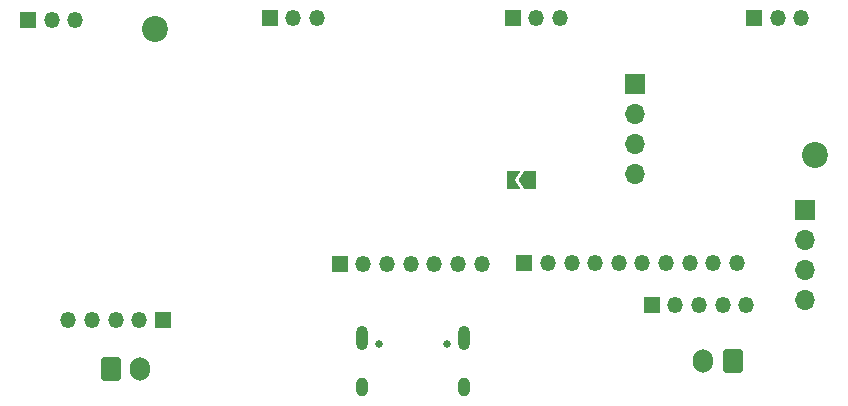
<source format=gbr>
%TF.GenerationSoftware,KiCad,Pcbnew,9.0.1*%
%TF.CreationDate,2025-04-13T07:36:32-05:00*%
%TF.ProjectId,LASK-V2-0,4c41534b-2d56-4322-9d30-2e6b69636164,rev?*%
%TF.SameCoordinates,Original*%
%TF.FileFunction,Soldermask,Bot*%
%TF.FilePolarity,Negative*%
%FSLAX46Y46*%
G04 Gerber Fmt 4.6, Leading zero omitted, Abs format (unit mm)*
G04 Created by KiCad (PCBNEW 9.0.1) date 2025-04-13 07:36:32*
%MOMM*%
%LPD*%
G01*
G04 APERTURE LIST*
G04 Aperture macros list*
%AMRoundRect*
0 Rectangle with rounded corners*
0 $1 Rounding radius*
0 $2 $3 $4 $5 $6 $7 $8 $9 X,Y pos of 4 corners*
0 Add a 4 corners polygon primitive as box body*
4,1,4,$2,$3,$4,$5,$6,$7,$8,$9,$2,$3,0*
0 Add four circle primitives for the rounded corners*
1,1,$1+$1,$2,$3*
1,1,$1+$1,$4,$5*
1,1,$1+$1,$6,$7*
1,1,$1+$1,$8,$9*
0 Add four rect primitives between the rounded corners*
20,1,$1+$1,$2,$3,$4,$5,0*
20,1,$1+$1,$4,$5,$6,$7,0*
20,1,$1+$1,$6,$7,$8,$9,0*
20,1,$1+$1,$8,$9,$2,$3,0*%
%AMFreePoly0*
4,1,6,1.000000,0.000000,0.500000,-0.750000,-0.500000,-0.750000,-0.500000,0.750000,0.500000,0.750000,1.000000,0.000000,1.000000,0.000000,$1*%
%AMFreePoly1*
4,1,6,0.500000,-0.750000,-0.650000,-0.750000,-0.150000,0.000000,-0.650000,0.750000,0.500000,0.750000,0.500000,-0.750000,0.500000,-0.750000,$1*%
G04 Aperture macros list end*
%ADD10R,1.700000X1.700000*%
%ADD11O,1.700000X1.700000*%
%ADD12R,1.350000X1.350000*%
%ADD13O,1.350000X1.350000*%
%ADD14C,2.200000*%
%ADD15RoundRect,0.250000X0.600000X0.750000X-0.600000X0.750000X-0.600000X-0.750000X0.600000X-0.750000X0*%
%ADD16O,1.700000X2.000000*%
%ADD17RoundRect,0.250000X-0.600000X-0.750000X0.600000X-0.750000X0.600000X0.750000X-0.600000X0.750000X0*%
%ADD18C,0.650000*%
%ADD19O,1.000000X2.100000*%
%ADD20O,1.000000X1.600000*%
%ADD21FreePoly0,180.000000*%
%ADD22FreePoly1,180.000000*%
G04 APERTURE END LIST*
D10*
%TO.C,J9*%
X170688000Y-73787000D03*
D11*
X170688000Y-76327000D03*
X170688000Y-78867000D03*
X170688000Y-81407000D03*
%TD*%
D12*
%TO.C,J3*%
X161290000Y-88900000D03*
D13*
X163290000Y-88900000D03*
X165290000Y-88900000D03*
X167290000Y-88900000D03*
X169290000Y-88900000D03*
X171290000Y-88900000D03*
X173290000Y-88900000D03*
X175290000Y-88900000D03*
X177290000Y-88900000D03*
X179290000Y-88900000D03*
%TD*%
D12*
%TO.C,H2*%
X139732000Y-68167600D03*
D13*
X141732000Y-68167600D03*
X143732000Y-68167600D03*
%TD*%
D14*
%TO.C,H8*%
X130048000Y-69088000D03*
%TD*%
D12*
%TO.C,Joystick1*%
X172085000Y-92456000D03*
D13*
X174085000Y-92456000D03*
X176085000Y-92456000D03*
X178085000Y-92456000D03*
X180085000Y-92456000D03*
%TD*%
D12*
%TO.C,H4*%
X180753000Y-68167600D03*
D13*
X182753000Y-68167600D03*
X184753000Y-68167600D03*
%TD*%
D12*
%TO.C,J6*%
X145669000Y-89027000D03*
D13*
X147669000Y-89027000D03*
X149669000Y-89027000D03*
X151669000Y-89027000D03*
X153669000Y-89027000D03*
X155669000Y-89027000D03*
X157669000Y-89027000D03*
%TD*%
D14*
%TO.C,H7*%
X185928000Y-79756000D03*
%TD*%
D15*
%TO.C,BattExtLTC4054*%
X178923000Y-97201000D03*
D16*
X176423000Y-97201000D03*
%TD*%
D17*
%TO.C,J2*%
X126278000Y-97917000D03*
D16*
X128778000Y-97917000D03*
%TD*%
D12*
%TO.C,Joystick2*%
X130683000Y-93726000D03*
D13*
X128683000Y-93726000D03*
X126683000Y-93726000D03*
X124683000Y-93726000D03*
X122683000Y-93726000D03*
%TD*%
D18*
%TO.C,J4*%
X149000000Y-95780000D03*
X154780000Y-95780000D03*
D19*
X147570000Y-95250000D03*
D20*
X147570000Y-99430000D03*
D19*
X156210000Y-95250000D03*
D20*
X156210000Y-99430000D03*
%TD*%
D12*
%TO.C,H1*%
X119285000Y-68398600D03*
D13*
X121285000Y-68398600D03*
X123285000Y-68398600D03*
%TD*%
D12*
%TO.C,H3*%
X160306000Y-68167600D03*
D13*
X162306000Y-68167600D03*
X164306000Y-68167600D03*
%TD*%
D10*
%TO.C,J1*%
X185039000Y-84455000D03*
D11*
X185039000Y-86995000D03*
X185039000Y-89535000D03*
X185039000Y-92075000D03*
%TD*%
D21*
%TO.C,JP1*%
X161798000Y-81915000D03*
D22*
X160348000Y-81915000D03*
%TD*%
M02*

</source>
